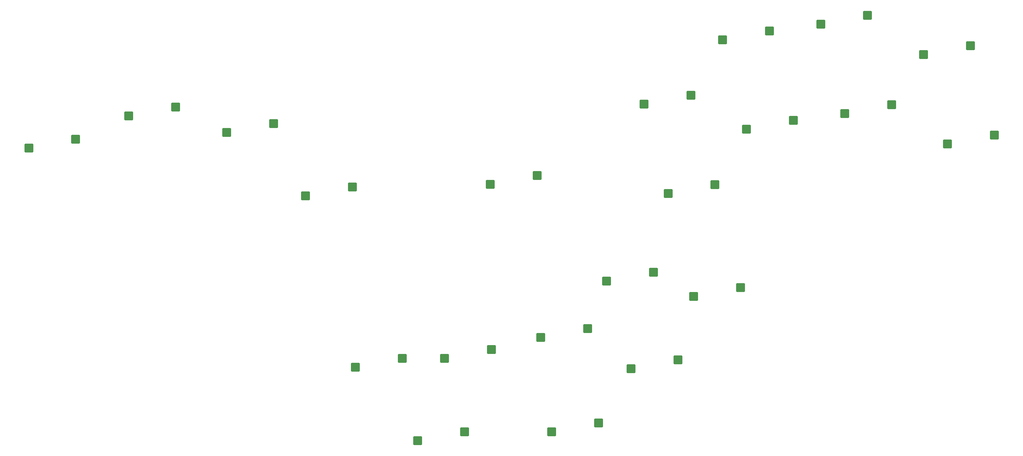
<source format=gbp>
G04 #@! TF.GenerationSoftware,KiCad,Pcbnew,(7.0.0)*
G04 #@! TF.CreationDate,2023-08-10T18:16:58-07:00*
G04 #@! TF.ProjectId,OpenOblong,4f70656e-4f62-46c6-9f6e-672e6b696361,rev?*
G04 #@! TF.SameCoordinates,Original*
G04 #@! TF.FileFunction,Paste,Bot*
G04 #@! TF.FilePolarity,Positive*
%FSLAX46Y46*%
G04 Gerber Fmt 4.6, Leading zero omitted, Abs format (unit mm)*
G04 Created by KiCad (PCBNEW (7.0.0)) date 2023-08-10 18:16:58*
%MOMM*%
%LPD*%
G01*
G04 APERTURE LIST*
G04 Aperture macros list*
%AMRoundRect*
0 Rectangle with rounded corners*
0 $1 Rounding radius*
0 $2 $3 $4 $5 $6 $7 $8 $9 X,Y pos of 4 corners*
0 Add a 4 corners polygon primitive as box body*
4,1,4,$2,$3,$4,$5,$6,$7,$8,$9,$2,$3,0*
0 Add four circle primitives for the rounded corners*
1,1,$1+$1,$2,$3*
1,1,$1+$1,$4,$5*
1,1,$1+$1,$6,$7*
1,1,$1+$1,$8,$9*
0 Add four rect primitives between the rounded corners*
20,1,$1+$1,$2,$3,$4,$5,0*
20,1,$1+$1,$4,$5,$6,$7,0*
20,1,$1+$1,$6,$7,$8,$9,0*
20,1,$1+$1,$8,$9,$2,$3,0*%
G04 Aperture macros list end*
%ADD10RoundRect,0.250000X1.025000X1.000000X-1.025000X1.000000X-1.025000X-1.000000X1.025000X-1.000000X0*%
G04 APERTURE END LIST*
D10*
X58835977Y-68332122D03*
X72285977Y-65792122D03*
X235327232Y-55685127D03*
X248777232Y-53145127D03*
X242222967Y-81353373D03*
X255672967Y-78813373D03*
X191218500Y-78786866D03*
X204668500Y-76246866D03*
X205716182Y-122673438D03*
X219166182Y-120133438D03*
X87474109Y-59127579D03*
X100924109Y-56587579D03*
X249515123Y-110937547D03*
X262965123Y-108397547D03*
X138191535Y-82073063D03*
X151641535Y-79533063D03*
X257836859Y-37234517D03*
X271286859Y-34694517D03*
X115569442Y-63833538D03*
X129019442Y-61293538D03*
X208787454Y-149795835D03*
X222237454Y-147255835D03*
X170351303Y-152367386D03*
X183801303Y-149827386D03*
X152517695Y-131263616D03*
X165967695Y-128723616D03*
X292891667Y-58438545D03*
X306341667Y-55898545D03*
X315475568Y-41471907D03*
X328925568Y-38931907D03*
X231619837Y-131691357D03*
X245069837Y-129151357D03*
X264732853Y-62903729D03*
X278182853Y-60363729D03*
X322371562Y-67141119D03*
X335821562Y-64601119D03*
X285995673Y-32769333D03*
X299445673Y-30229333D03*
X178118441Y-128723600D03*
X191568441Y-126183600D03*
X224548565Y-106568960D03*
X237998565Y-104028960D03*
M02*

</source>
